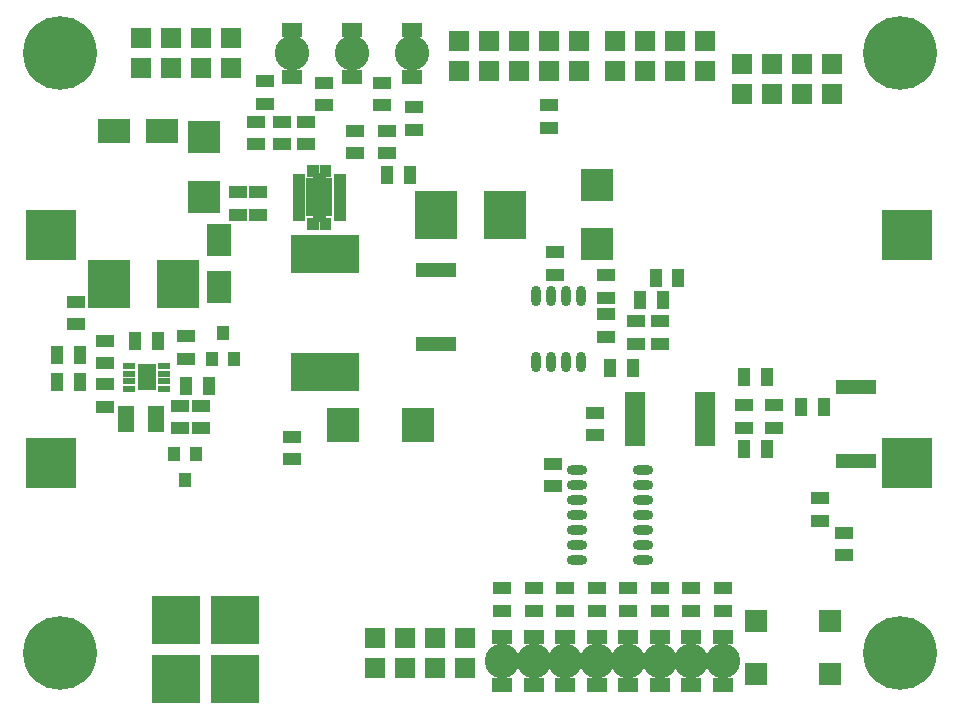
<source format=gbr>
G04 #@! TF.FileFunction,Soldermask,Bot*
%FSLAX46Y46*%
G04 Gerber Fmt 4.6, Leading zero omitted, Abs format (unit mm)*
G04 Created by KiCad (PCBNEW 4.0.1-stable) date 18. 2. 2016 10:32:21*
%MOMM*%
G01*
G04 APERTURE LIST*
%ADD10C,0.300000*%
%ADD11R,4.240000X4.240000*%
%ADD12R,1.637000X1.129000*%
%ADD13R,2.739360X2.790160*%
%ADD14R,1.129000X1.637000*%
%ADD15R,2.739360X2.040860*%
%ADD16R,2.040860X2.739360*%
%ADD17R,1.764000X1.764000*%
%ADD18R,4.050000X4.050000*%
%ADD19R,5.740000X3.240000*%
%ADD20C,6.240000*%
%ADD21R,1.040100X1.240760*%
%ADD22R,3.440000X1.240000*%
%ADD23O,1.713200X0.849600*%
%ADD24R,1.916400X1.916400*%
%ADD25R,1.690000X0.690000*%
%ADD26R,1.090000X0.590000*%
%ADD27R,1.640000X2.240000*%
%ADD28R,2.790160X2.940020*%
%ADD29R,1.090000X0.520000*%
%ADD30R,2.290000X3.290000*%
%ADD31R,0.520000X1.090000*%
%ADD32R,0.520000X1.365000*%
%ADD33R,0.640000X0.690000*%
%ADD34C,0.840000*%
%ADD35R,3.570000X4.050000*%
%ADD36R,1.740000X1.290000*%
%ADD37C,2.940000*%
%ADD38R,1.440000X2.240000*%
%ADD39O,0.849600X1.713200*%
G04 APERTURE END LIST*
D10*
D11*
X4326500Y40511000D03*
X76826500Y40511000D03*
X4326500Y21211000D03*
X76826500Y21211000D03*
D12*
X8890000Y27876500D03*
X8890000Y25971500D03*
D13*
X17272000Y43718480D03*
X17272000Y48768000D03*
D12*
X20193000Y44132500D03*
X20193000Y42227500D03*
X8890000Y31559500D03*
X8890000Y29654500D03*
D14*
X11493500Y31496000D03*
X13398500Y31496000D03*
D12*
X21717000Y48196500D03*
X21717000Y50101500D03*
X21869400Y44132500D03*
X21869400Y42227500D03*
X15748000Y30035500D03*
X15748000Y31940500D03*
X32766000Y47434500D03*
X32766000Y49339500D03*
X24765000Y23431500D03*
X24765000Y21526500D03*
X50419000Y25463500D03*
X50419000Y23558500D03*
X62992000Y26098500D03*
X62992000Y24193500D03*
X69469000Y18224500D03*
X69469000Y16319500D03*
D14*
X63055500Y22352000D03*
X64960500Y22352000D03*
X63055500Y28448000D03*
X64960500Y28448000D03*
D12*
X53911500Y31305500D03*
X53911500Y33210500D03*
X46863000Y21145500D03*
X46863000Y19240500D03*
D15*
X9718040Y49276000D03*
X13716000Y49276000D03*
D16*
X18542000Y40098980D03*
X18542000Y36101020D03*
D17*
X19558000Y57150000D03*
X19558000Y54610000D03*
X17018000Y57150000D03*
X17018000Y54610000D03*
X14478000Y57150000D03*
X14478000Y54610000D03*
X11938000Y57150000D03*
X11938000Y54610000D03*
X49022000Y54356000D03*
X49022000Y56896000D03*
X38862000Y56896000D03*
X38862000Y54356000D03*
X43942000Y56896000D03*
X43942000Y54356000D03*
X46482000Y54356000D03*
X46482000Y56896000D03*
X41402000Y54356000D03*
X41402000Y56896000D03*
X31750000Y3810000D03*
X31750000Y6350000D03*
X34290000Y3810000D03*
X34290000Y6350000D03*
X36830000Y3810000D03*
X36830000Y6350000D03*
X39370000Y3810000D03*
X39370000Y6350000D03*
D18*
X14939000Y7874000D03*
X19939000Y7874000D03*
X14939000Y2921000D03*
X19939000Y2921000D03*
D17*
X62865000Y52451000D03*
X62865000Y54991000D03*
X65405000Y52451000D03*
X65405000Y54991000D03*
X67945000Y52451000D03*
X67945000Y54991000D03*
X59690000Y56896000D03*
X59690000Y54356000D03*
X57150000Y56896000D03*
X57150000Y54356000D03*
X54610000Y56896000D03*
X54610000Y54356000D03*
X52070000Y56896000D03*
X52070000Y54356000D03*
D19*
X27559000Y38909000D03*
X27559000Y28909000D03*
D20*
X76200000Y5080000D03*
X5080000Y55880000D03*
X5080000Y5080000D03*
X76200000Y55880000D03*
D21*
X18923000Y32214820D03*
X17970500Y30015180D03*
X19875500Y30015180D03*
D12*
X6477000Y32956500D03*
X6477000Y34861500D03*
D14*
X6794500Y28067000D03*
X4889500Y28067000D03*
X6794500Y30353000D03*
X4889500Y30353000D03*
D12*
X46482000Y51498500D03*
X46482000Y49593500D03*
X35052000Y51308000D03*
X35052000Y49403000D03*
X22479000Y51625500D03*
X22479000Y53530500D03*
X27432000Y51498500D03*
X27432000Y53403500D03*
X32385000Y51498500D03*
X32385000Y53403500D03*
D14*
X15811500Y27686000D03*
X17716500Y27686000D03*
D12*
X17081500Y26035000D03*
X17081500Y24130000D03*
X25908000Y48196500D03*
X25908000Y50101500D03*
X23876000Y48196500D03*
X23876000Y50101500D03*
D14*
X32829500Y45593000D03*
X34734500Y45593000D03*
D12*
X30099000Y49339500D03*
X30099000Y47434500D03*
D22*
X36957000Y37517000D03*
X36957000Y31317000D03*
D12*
X65532000Y24193500D03*
X65532000Y26098500D03*
D14*
X69786500Y25908000D03*
X67881500Y25908000D03*
D12*
X71501000Y13398500D03*
X71501000Y15303500D03*
X15240000Y24130000D03*
X15240000Y26035000D03*
X55943500Y33210500D03*
X55943500Y31305500D03*
D14*
X51689000Y29273500D03*
X53594000Y29273500D03*
D12*
X51308000Y35179000D03*
X51308000Y37084000D03*
X51308000Y31877000D03*
X51308000Y33782000D03*
X42545000Y8699500D03*
X42545000Y10604500D03*
X45212000Y8699500D03*
X45212000Y10604500D03*
X47879000Y8699500D03*
X47879000Y10604500D03*
X50546000Y8699500D03*
X50546000Y10604500D03*
X53213000Y8699500D03*
X53213000Y10604500D03*
X55880000Y8699500D03*
X55880000Y10604500D03*
X58547000Y8699500D03*
X58547000Y10604500D03*
D23*
X48895000Y12954000D03*
X48895000Y14224000D03*
X48895000Y15494000D03*
X48895000Y16764000D03*
X54483000Y16764000D03*
X54483000Y15494000D03*
X54483000Y14224000D03*
X54483000Y12954000D03*
X48895000Y18034000D03*
X48895000Y19304000D03*
X48895000Y20574000D03*
X54483000Y18034000D03*
X54483000Y19304000D03*
X54483000Y20574000D03*
D24*
X70333000Y7838000D03*
X70333000Y3338000D03*
X64033000Y7838000D03*
X64033000Y3338000D03*
D25*
X53819000Y22942000D03*
X53819000Y23592000D03*
X53819000Y24242000D03*
X53819000Y24892000D03*
X53819000Y25542000D03*
X53819000Y26192000D03*
X53819000Y26842000D03*
X59719000Y26842000D03*
X59719000Y26192000D03*
X59719000Y25542000D03*
X59719000Y24892000D03*
X59719000Y24242000D03*
X59719000Y23592000D03*
X59719000Y22942000D03*
D26*
X10971000Y28123000D03*
X10971000Y28773000D03*
X10971000Y29423000D03*
X13921000Y29423000D03*
X13921000Y28773000D03*
X13921000Y28123000D03*
X13921000Y27473000D03*
X10971000Y27473000D03*
D27*
X12446000Y28448000D03*
D28*
X35433000Y24384000D03*
X29083000Y24384000D03*
D17*
X70485000Y52451000D03*
X70485000Y54991000D03*
D29*
X25326000Y41938000D03*
D30*
X27051000Y43688000D03*
D29*
X25326000Y42438000D03*
X25326000Y42938000D03*
X25326000Y43438000D03*
X25326000Y43938000D03*
X25326000Y44438000D03*
X25326000Y44938000D03*
X25326000Y45438000D03*
D31*
X26301000Y45913000D03*
X27801000Y45913000D03*
D29*
X28776000Y45438000D03*
X28776000Y44938000D03*
X28776000Y44438000D03*
X28776000Y43938000D03*
X28776000Y43438000D03*
X28776000Y42938000D03*
X28776000Y42438000D03*
X28776000Y41938000D03*
D31*
X27801000Y41463000D03*
X26301000Y41463000D03*
D10*
G36*
X27611000Y40930500D02*
X27091000Y40930500D01*
X27091000Y42295500D01*
X27611000Y42295500D01*
X27611000Y40930500D01*
X27611000Y40930500D01*
G37*
D32*
X26751000Y41613000D03*
X26751000Y45763000D03*
X27351000Y45763000D03*
D33*
X27051000Y41938000D03*
X27051000Y45438000D03*
D34*
X27686000Y42545000D03*
X27686000Y44831000D03*
X26416000Y44831000D03*
X26416000Y42545000D03*
X27051000Y43688000D03*
D12*
X61214000Y8699500D03*
X61214000Y10604500D03*
D35*
X9282000Y36322000D03*
X15102000Y36322000D03*
X36968000Y42164000D03*
X42788000Y42164000D03*
D36*
X42545000Y2445000D03*
X42545000Y6445000D03*
D37*
X42545000Y4445000D03*
D36*
X45212000Y2445000D03*
X45212000Y6445000D03*
D37*
X45212000Y4445000D03*
D36*
X47879000Y2445000D03*
X47879000Y6445000D03*
D37*
X47879000Y4445000D03*
D36*
X50546000Y2445000D03*
X50546000Y6445000D03*
D37*
X50546000Y4445000D03*
D36*
X53213000Y2445000D03*
X53213000Y6445000D03*
D37*
X53213000Y4445000D03*
D36*
X55880000Y2445000D03*
X55880000Y6445000D03*
D37*
X55880000Y4445000D03*
D36*
X58547000Y2445000D03*
X58547000Y6445000D03*
D37*
X58547000Y4445000D03*
D36*
X61214000Y2445000D03*
X61214000Y6445000D03*
D37*
X61214000Y4445000D03*
D36*
X24765000Y53880000D03*
X24765000Y57880000D03*
D37*
X24765000Y55880000D03*
D36*
X29845000Y53880000D03*
X29845000Y57880000D03*
D37*
X29845000Y55880000D03*
D36*
X34925000Y53880000D03*
X34925000Y57880000D03*
D37*
X34925000Y55880000D03*
D38*
X10668000Y24892000D03*
X13208000Y24892000D03*
D12*
X46990000Y37147500D03*
X46990000Y39052500D03*
D13*
X50609500Y44752260D03*
X50609500Y39702740D03*
D39*
X49212500Y29781500D03*
X47942500Y29781500D03*
X46672500Y29781500D03*
X45402500Y29781500D03*
X45402500Y35369500D03*
X46672500Y35369500D03*
X47942500Y35369500D03*
X49212500Y35369500D03*
D14*
X56134000Y34988500D03*
X54229000Y34988500D03*
X57467500Y36893500D03*
X55562500Y36893500D03*
D21*
X15684500Y19791680D03*
X16637000Y21991320D03*
X14732000Y21991320D03*
D22*
X72517000Y21411000D03*
X72517000Y27611000D03*
M02*

</source>
